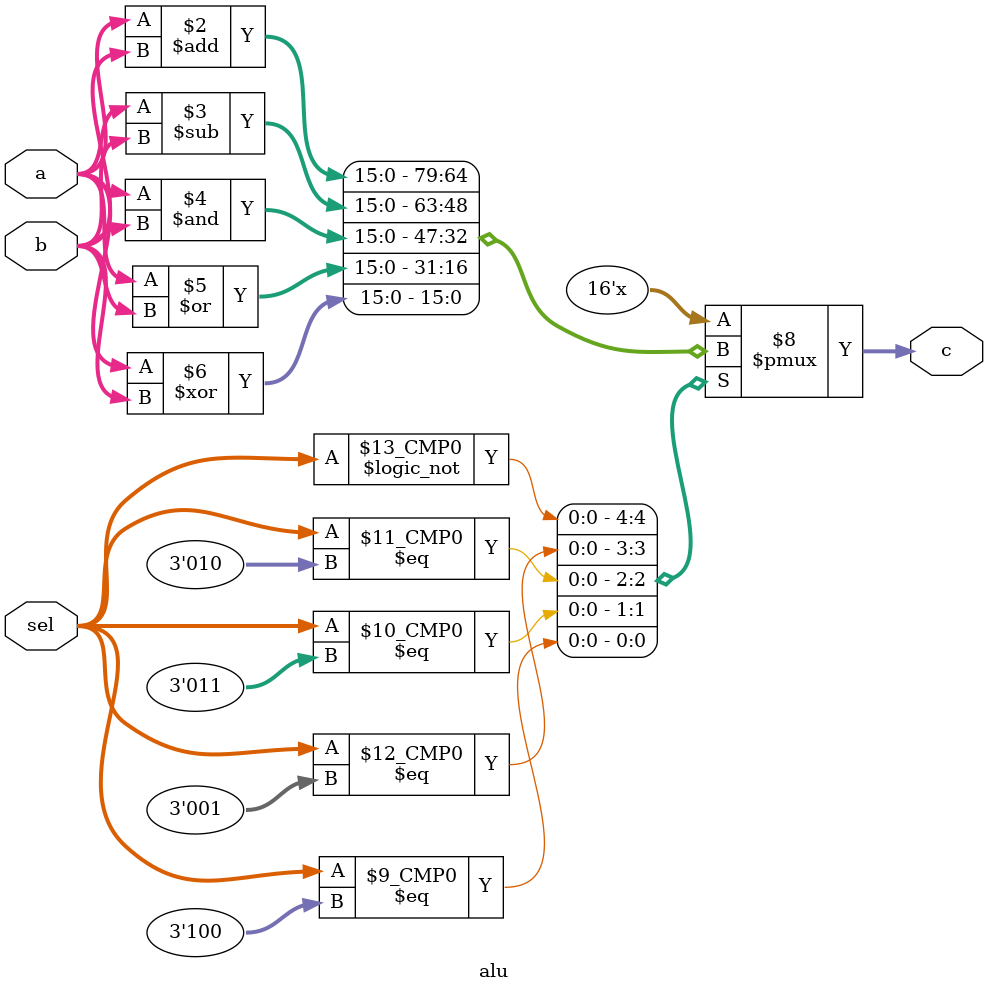
<source format=sv>
`timescale 1ns / 1ps


module alu #(parameter WIDTH = 16) (
    input logic [WIDTH-1:0] a, b,   // 16-bit inputs
    input logic [2:0] sel,          // 3-bit select signal
    output logic [WIDTH-1:0] c      // 16-bit output
);

// Combinational logic for ALU operations
always_comb begin
    case (sel)
        3'b000: c = a + b;          // Addition
        3'b001: c = a - b;          // Subtraction
        3'b010: c = a & b;          // Bitwise AND
        3'b011: c = a | b;          // Bitwise OR
        3'b100: c = a ^ b;          // Bitwise XOR
        default: c = 16'bx;         // Undefined case
    endcase
end

endmodule

</source>
